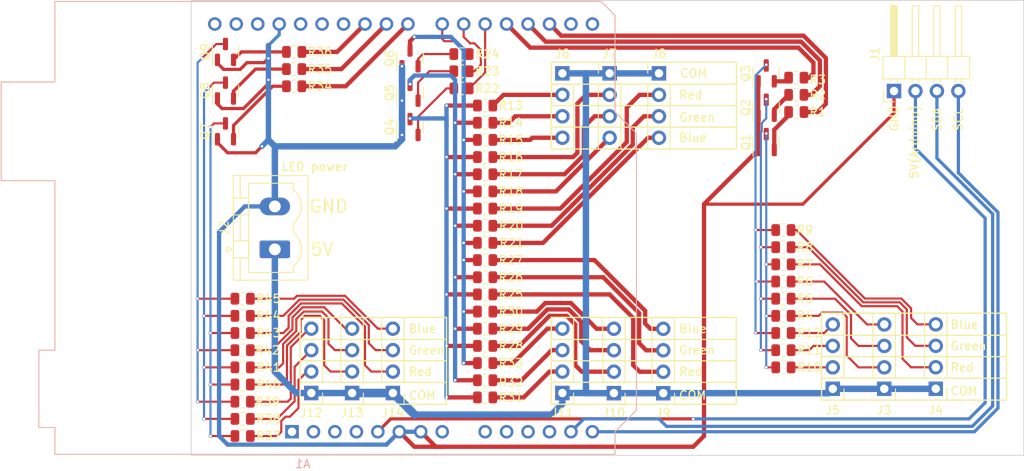
<source format=kicad_pcb>
(kicad_pcb (version 20211014) (generator pcbnew)
  (layers (0 "F.Cu" signal) (31 "B.Cu" signal) (34 "B.Paste" user) (35 "F.Paste" user) (36 "B.SilkS" user "B.Silkscreen") (37 "F.SilkS" user "F.Silkscreen") (38 "B.Mask" user) (39 "F.Mask" user) (44 "Edge.Cuts" user))
  (net 0 "")
  (net 5 "+5VD")
  (net 6 "GND")
  (net 12 "SDA")
  (net 13 "SCL")
  (net 16 "D2")
  (net 17 "D3")
  (net 18 "D4")
  (net 19 "D5")
  (net 20 "D6")
  (net 21 "D7")
  (net 22 "D8")
  (net 23 "D9")
  (net 24 "D10")
  (net 31 "+5V")
  (net 32 "Net-(J3-Pad2)")
  (net 33 "Net-(J3-Pad3)")
  (net 34 "Net-(J3-Pad4)")
  (net 35 "Net-(J4-Pad2)")
  (net 36 "Net-(J4-Pad3)")
  (net 37 "Net-(J4-Pad4)")
  (net 38 "Net-(J5-Pad2)")
  (net 39 "Net-(J5-Pad3)")
  (net 40 "Net-(J5-Pad4)")
  (net 41 "Net-(J6-Pad2)")
  (net 42 "Net-(J6-Pad3)")
  (net 43 "Net-(J6-Pad4)")
  (net 44 "Net-(J7-Pad2)")
  (net 45 "Net-(J7-Pad3)")
  (net 46 "Net-(J7-Pad4)")
  (net 47 "Net-(J8-Pad2)")
  (net 48 "Net-(J8-Pad3)")
  (net 49 "Net-(J8-Pad4)")
  (net 50 "Net-(J9-Pad2)")
  (net 51 "Net-(J9-Pad3)")
  (net 52 "Net-(J9-Pad4)")
  (net 53 "Net-(J10-Pad2)")
  (net 54 "Net-(J10-Pad3)")
  (net 55 "Net-(J10-Pad4)")
  (net 56 "Net-(J11-Pad2)")
  (net 57 "Net-(J11-Pad3)")
  (net 58 "Net-(J11-Pad4)")
  (net 59 "Net-(J12-Pad2)")
  (net 60 "Net-(J12-Pad3)")
  (net 61 "Net-(J12-Pad4)")
  (net 62 "Net-(J13-Pad2)")
  (net 63 "Net-(J13-Pad3)")
  (net 64 "Net-(J13-Pad4)")
  (net 65 "Net-(J14-Pad2)")
  (net 66 "Net-(J14-Pad3)")
  (net 67 "Net-(J14-Pad4)")
  (net 68 "Net-(Q1-Pad2)")
  (net 69 "R1")
  (net 70 "Net-(Q2-Pad2)")
  (net 71 "G1")
  (net 72 "Net-(Q3-Pad2)")
  (net 73 "B1")
  (net 74 "Net-(Q4-Pad2)")
  (net 75 "R2")
  (net 76 "Net-(Q5-Pad2)")
  (net 77 "G2")
  (net 78 "Net-(Q6-Pad2)")
  (net 79 "B2")
  (net 80 "Net-(Q7-Pad2)")
  (net 81 "R3")
  (net 82 "Net-(Q8-Pad2)")
  (net 83 "G3")
  (net 84 "Net-(Q9-Pad2)")
  (net 85 "B3")
  (footprint "Resistor_SMD:R_0805_2012Metric" (layer "F.Cu") (at 162.814 102.362)
    (fp_text reference "R7")
    (fp_text value "R")
  )
  (footprint "Package_TO_SOT_SMD:SOT-23" (layer "F.Cu") (at 160.782 87.884 90)
    (fp_text reference "Q1")
    (fp_text value "S8050" hide)
  )
  (footprint "Package_TO_SOT_SMD:SOT-23" (layer "F.Cu") (at 96.774 81.788 90)
    (fp_text reference "Q8")
    (fp_text value "S8050" hide)
  )
  (footprint "Resistor_SMD:R_0805_2012Metric" (layer "F.Cu") (at 162.814 114.554)
    (fp_text reference "R10")
    (fp_text value "R" hide)
  )
  (footprint "Resistor_SMD:R_0805_2012Metric" (layer "F.Cu") (at 127.508 116.078)
    (fp_text reference "R32")
    (fp_text value "R")
  )
  (footprint "Package_TO_SOT_SMD:SOT-23" (layer "F.Cu") (at 96.774 86.614 90)
    (fp_text reference "Q7")
    (fp_text value "S8050" hide)
  )
  (footprint "Resistor_SMD:R_0805_2012Metric" (layer "F.Cu") (at 127.508 97.79)
    (fp_text reference "R20")
    (fp_text value "R")
  )
  (footprint "Connector_Phoenix_MSTB:PhoenixContact_MSTBVA_2,5_2-G-5,08_1x02_P5.08mm_Vertical" (layer "F.Cu") (at 102.616 100.584 90)
    (fp_text reference "J2")
    (fp_text value "Conn_01x02")
  )
  (footprint "Resistor_SMD:R_0805_2012Metric" (layer "F.Cu") (at 162.814 106.426)
    (fp_text reference "R5")
    (fp_text value "R")
  )
  (footprint "Resistor_SMD:R_0805_2012Metric" (layer "F.Cu") (at 127.508 91.694)
    (fp_text reference "R17")
    (fp_text value "R")
  )
  (footprint "Package_TO_SOT_SMD:SOT-23" (layer "F.Cu") (at 96.774 77.216 90)
    (fp_text reference "Q9")
    (fp_text value "S8050" hide)
  )
  (footprint "Resistor_SMD:R_0805_2012Metric" (layer "F.Cu") (at 164.338 84.328 180)
    (fp_text reference "R1")
    (fp_text value "R" hide)
  )
  (footprint "Resistor_SMD:R_0805_2012Metric" (layer "F.Cu") (at 162.814 108.458)
    (fp_text reference "R4")
    (fp_text value "R")
  )
  (footprint "Resistor_SMD:R_0805_2012Metric" (layer "F.Cu") (at 98.806 114.554)
    (fp_text reference "R41")
    (fp_text value "R" hide)
  )
  (footprint "Connector_PinHeader_2.54mm:PinHeader_1x04_P2.54mm_Vertical" (layer "F.Cu") (at 168.656 117.094 180)
    (fp_text reference "J5")
    (fp_text value "Conn_01x04" hide)
  )
  (footprint "Resistor_SMD:R_0805_2012Metric" (layer "F.Cu") (at 162.814 98.298)
    (fp_text reference "R9")
    (fp_text value "R")
  )
  (footprint "Resistor_SMD:R_0805_2012Metric" (layer "F.Cu") (at 127.508 101.854)
    (fp_text reference "R27")
    (fp_text value "R")
  )
  (footprint "Connector_PinHeader_2.54mm:PinHeader_1x04_P2.54mm_Vertical" (layer "F.Cu") (at 106.934 117.592 180)
    (fp_text reference "J12")
    (fp_text value "Conn_01x04" hide)
  )
  (footprint "Connector_PinHeader_2.54mm:PinHeader_1x04_P2.54mm_Vertical" (layer "F.Cu") (at 148.082 79.756)
    (fp_text reference "J8")
    (fp_text value "Conn_01x04" hide)
  )
  (footprint "Resistor_SMD:R_0805_2012Metric" (layer "F.Cu") (at 164.338 82.296 180)
    (fp_text reference "R2")
    (fp_text value "R" hide)
  )
  (footprint "Connector_PinHeader_2.54mm:PinHeader_1x04_P2.54mm_Vertical" (layer "F.Cu") (at 136.652 117.592 180)
    (fp_text reference "J11")
    (fp_text value "Conn_01x04" hide)
  )
  (footprint "Resistor_SMD:R_0805_2012Metric" (layer "F.Cu") (at 98.806 116.586)
    (fp_text reference "R40")
    (fp_text value "R" hide)
  )
  (footprint "Resistor_SMD:R_0805_2012Metric" (layer "F.Cu") (at 127.508 103.886)
    (fp_text reference "R26")
    (fp_text value "R")
  )
  (footprint "Resistor_SMD:R_0805_2012Metric" (layer "F.Cu") (at 164.338 80.264 180)
    (fp_text reference "R3")
    (fp_text value "R" hide)
  )
  (footprint "Resistor_SMD:R_0805_2012Metric" (layer "F.Cu") (at 104.902 79.248 180)
    (fp_text reference "R35")
    (fp_text value "R" hide)
  )
  (footprint "Package_TO_SOT_SMD:SOT-23" (layer "F.Cu") (at 118.618 77.978 90)
    (fp_text reference "Q6")
    (fp_text value "S8050" hide)
  )
  (footprint "Connector_PinHeader_2.54mm:PinHeader_1x04_P2.54mm_Vertical" (layer "F.Cu") (at 136.652 79.756)
    (fp_text reference "J6")
    (fp_text value "Conn_01x04" hide)
  )
  (footprint "Resistor_SMD:R_0805_2012Metric" (layer "F.Cu") (at 98.806 108.458)
    (fp_text reference "R44")
    (fp_text value "R" hide)
  )
  (footprint "Resistor_SMD:R_0805_2012Metric" (layer "F.Cu") (at 127.508 85.598)
    (fp_text reference "R14")
    (fp_text value "R" hide)
  )
  (footprint "Resistor_SMD:R_0805_2012Metric" (layer "F.Cu") (at 127.508 105.918)
    (fp_text reference "R25")
    (fp_text value "R")
  )
  (footprint "Resistor_SMD:R_0805_2012Metric" (layer "F.Cu") (at 162.814 110.49)
    (fp_text reference "R12")
    (fp_text value "R")
  )
  (footprint "Resistor_SMD:R_0805_2012Metric" (layer "F.Cu") (at 98.806 110.49)
    (fp_text reference "R43")
    (fp_text value "R" hide)
  )
  (footprint "Resistor_SMD:R_0805_2012Metric" (layer "F.Cu") (at 98.806 112.522)
    (fp_text reference "R42")
    (fp_text value "R" hide)
  )
  (footprint "Resistor_SMD:R_0805_2012Metric" (layer "F.Cu") (at 127.508 99.822)
    (fp_text reference "R21")
    (fp_text value "R")
  )
  (footprint "Package_TO_SOT_SMD:SOT-23" (layer "F.Cu") (at 118.618 86.106 90)
    (fp_text reference "Q4")
    (fp_text value "S8050" hide)
  )
  (footprint "Resistor_SMD:R_0805_2012Metric" (layer "F.Cu") (at 162.814 112.522)
    (fp_text reference "R11")
    (fp_text value "R")
  )
  (footprint "Resistor_SMD:R_0805_2012Metric" (layer "F.Cu") (at 98.806 106.426)
    (fp_text reference "R45")
    (fp_text value "R" hide)
  )
  (footprint "Connector_PinHeader_2.54mm:PinHeader_1x04_P2.54mm_Vertical" (layer "F.Cu") (at 180.848 117.084 180)
    (fp_text reference "J4")
    (fp_text value "Conn_01x04" hide)
  )
  (footprint "Resistor_SMD:R_0805_2012Metric" (layer "F.Cu") (at 127.508 114.046)
    (fp_text reference "R33")
    (fp_text value "R")
  )
  (footprint "Resistor_SMD:R_0805_2012Metric" (layer "F.Cu") (at 127.508 89.662)
    (fp_text reference "R16")
    (fp_text value "R")
  )
  (footprint "Connector_PinHeader_2.54mm:PinHeader_1x04_P2.54mm_Vertical" (layer "F.Cu") (at 148.59 117.612 180)
    (fp_text reference "J9")
    (fp_text value "Conn_01x04" hide)
  )
  (footprint "Connector_PinHeader_2.54mm:PinHeader_1x04_P2.54mm_Vertical" (layer "F.Cu") (at 142.748 117.602 180)
    (fp_text reference "J10")
    (fp_text value "Conn_01x04" hide)
  )
  (footprint "Resistor_SMD:R_0805_2012Metric" (layer "F.Cu") (at 124.714 79.502 180)
    (fp_text reference "R23")
    (fp_text value "R" hide)
  )
  (footprint "Connector_PinHeader_2.54mm:PinHeader_1x04_P2.54mm_Vertical" (layer "F.Cu") (at 116.586 117.592 180)
    (fp_text reference "J14")
    (fp_text value "Conn_01x04" hide)
  )
  (footprint "Resistor_SMD:R_0805_2012Metric" (layer "F.Cu") (at 162.814 104.394)
    (fp_text reference "R6")
    (fp_text value "R")
  )
  (footprint "Connector_PinHeader_2.54mm:PinHeader_1x04_P2.54mm_Vertical" (layer "F.Cu") (at 142.24 79.756)
    (fp_text reference "J7")
    (fp_text value "Conn_01x04" hide)
  )
  (footprint "Connector_PinHeader_2.54mm:PinHeader_1x04_P2.54mm_Vertical" (layer "F.Cu") (at 111.76 117.592 180)
    (fp_text reference "J13")
    (fp_text value "Conn_01x04" hide)
  )
  (footprint "Resistor_SMD:R_0805_2012Metric" (layer "F.Cu") (at 127.508 118.11)
    (fp_text reference "R31")
    (fp_text value "R")
  )
  (footprint "Resistor_SMD:R_0805_2012Metric" (layer "F.Cu") (at 104.902 81.28 180)
    (fp_text reference "R34")
    (fp_text value "R" hide)
  )
  (footprint "Resistor_SMD:R_0805_2012Metric" (layer "F.Cu") (at 127.508 112.014)
    (fp_text reference "R28")
    (fp_text value "R")
  )
  (footprint "Package_TO_SOT_SMD:SOT-23" (layer "F.Cu") (at 160.782 83.82 90)
    (fp_text reference "Q2")
    (fp_text value "S8050" hide)
  )
  (footprint "Resistor_SMD:R_0805_2012Metric" (layer "F.Cu") (at 127.508 93.726)
    (fp_text reference "R18")
    (fp_text value "R")
  )
  (footprint "Resistor_SMD:R_0805_2012Metric" (layer "F.Cu") (at 104.902 77.216 180)
    (fp_text reference "R36")
    (fp_text value "R" hide)
  )
  (footprint "Package_TO_SOT_SMD:SOT-23" (layer "F.Cu") (at 118.618 82.042 90)
    (fp_text reference "Q5")
    (fp_text value "S8050" hide)
  )
  (footprint "Resistor_SMD:R_0805_2012Metric" (layer "F.Cu") (at 98.806 120.65)
    (fp_text reference "R38")
    (fp_text value "R" hide)
  )
  (footprint "Resistor_SMD:R_0805_2012Metric" (layer "F.Cu") (at 127.508 87.63)
    (fp_text reference "R15")
    (fp_text value "R" hide)
  )
  (footprint "Package_TO_SOT_SMD:SOT-23" (layer "F.Cu") (at 160.782 79.756 90)
    (fp_text reference "Q3")
    (fp_text value "S8050" hide)
  )
  (footprint "Resistor_SMD:R_0805_2012Metric" (layer "F.Cu") (at 162.814 100.33)
    (fp_text reference "R8")
    (fp_text value "R")
  )
  (footprint "Resistor_SMD:R_0805_2012Metric" (layer "F.Cu") (at 127.508 107.95)
    (fp_text reference "R30")
    (fp_text value "R")
  )
  (footprint "Resistor_SMD:R_0805_2012Metric" (layer "F.Cu") (at 98.806 118.618)
    (fp_text reference "R39")
    (fp_text value "R" hide)
  )
  (footprint "Connector_PinHeader_2.54mm:PinHeader_1x04_P2.54mm_Vertical" (layer "F.Cu") (at 174.752 117.094 180)
    (fp_text reference "J3")
    (fp_text value "Conn_01x04" hide)
  )
  (footprint "Resistor_SMD:R_0805_2012Metric" (layer "F.Cu") (at 124.714 77.47 180)
    (fp_text reference "R24")
    (fp_text value "R" hide)
  )
  (footprint "Connector_PinHeader_2.54mm:PinHeader_1x04_P2.54mm_Horizontal" (layer "F.Cu") (at 175.905 81.845 90)
    (fp_text reference "J1")
    (fp_text value "Conn_01x04")
  )
  (footprint "Resistor_SMD:R_0805_2012Metric" (layer "F.Cu") (at 127.508 109.982)
    (fp_text reference "R29")
    (fp_text value "R")
  )
  (footprint "Resistor_SMD:R_0805_2012Metric" (layer "F.Cu") (at 124.714 81.534 180)
    (fp_text reference "R22")
    (fp_text value "R" hide)
  )
  (footprint "Resistor_SMD:R_0805_2012Metric" (layer "F.Cu") (at 98.806 122.682)
    (fp_text reference "R37")
    (fp_text value "R" hide)
  )
  (footprint "Resistor_SMD:R_0805_2012Metric" (layer "F.Cu") (at 127.508 83.566)
    (fp_text reference "R13")
    (fp_text value "R" hide)
  )
  (footprint "Resistor_SMD:R_0805_2012Metric" (layer "F.Cu") (at 127.508 95.758)
    (fp_text reference "R19")
    (fp_text value "R")
  )
  (footprint "Module:Arduino_UNO_R3" (layer "B.Cu") (at 104.648 122.174)
    (fp_text reference "A1")
    (fp_text value "Arduino_UNO_R3")
  )
  (gr_line (start 135.322 113.782) (end 157.226 113.782) (layer "F.SilkS") (width 0.15))
  (gr_line (start 135.412 81.036) (end 157.256 81.036) (layer "F.SilkS") (width 0.15))
  (gr_line (start 105.604 113.782) (end 122.936 113.782) (layer "F.SilkS") (width 0.15))
  (gr_rect (start 135.322 108.642) (end 157.226 118.922) (layer "F.SilkS") (width 0.15) (fill none))
  (gr_line (start 167.326 113.284) (end 189.23 113.284) (layer "F.SilkS") (width 0.15))
  (gr_line (start 135.352 83.566) (end 157.256 83.566) (layer "F.SilkS") (width 0.15))
  (gr_line (start 105.604 116.322) (end 122.936 116.332) (layer "F.SilkS") (width 0.15))
  (gr_line (start 167.386 110.754) (end 189.23 110.754) (layer "F.SilkS") (width 0.15))
  (gr_rect (start 135.352 78.426) (end 157.256 88.706) (layer "F.SilkS") (width 0.15) (fill none))
  (gr_rect (start 105.604 108.642) (end 122.936 118.922) (layer "F.SilkS") (width 0.15) (fill none))
  (gr_line (start 167.326 115.824) (end 189.23 115.834) (layer "F.SilkS") (width 0.15))
  (gr_line (start 135.352 86.106) (end 157.256 86.116) (layer "F.SilkS") (width 0.15))
  (gr_line (start 105.664 111.252) (end 122.936 111.252) (layer "F.SilkS") (width 0.15))
  (gr_line (start 135.382 111.252) (end 157.226 111.252) (layer "F.SilkS") (width 0.15))
  (gr_line (start 135.322 116.322) (end 157.226 116.332) (layer "F.SilkS") (width 0.15))
  (gr_rect (start 167.326 108.144) (end 189.23 118.424) (layer "F.SilkS") (width 0.15) (fill none))
  (gr_rect (start 92.71 71.12) (end 191.262 124.968) (layer "Edge.Cuts") (width 0.1) (fill none))
  (gr_text "Red" (at 150.368 82.296) (layer "F.SilkS") (effects (font (size 1 1)) (justify left)))
  (gr_text "Blue" (at 150.368 109.982) (layer "F.SilkS") (effects (font (size 1 1)) (justify left)))
  (gr_text "Green" (at 150.398 84.963) (layer "F.SilkS") (effects (font (size 1 1)) (justify left)))
  (gr_text "COM" (at 150.495 79.756) (layer "F.SilkS") (effects (font (size 1 1)) (justify left)))
  (gr_text "Blue" (at 182.499 109.484) (layer "F.SilkS") (effects (font (size 1 1)) (justify left)))
  (gr_text "Blue" (at 118.364 109.982) (layer "F.SilkS") (effects (font (size 1 1)) (justify left)))
  (gr_text "SDA\n" (at 180.975 85.217 90) (layer "F.SilkS") (effects (font (size 1 1))))
  (gr_text "COM" (at 182.499 117.348) (layer "F.SilkS") (effects (font (size 1 1)) (justify left)))
  (gr_text "SCL\n" (at 183.515 85.217 90) (layer "F.SilkS") (effects (font (size 1 1))))
  (gr_text "Green" (at 150.368 112.502) (layer "F.SilkS") (effects (font (size 1 1)) (justify left)))
  (gr_text "Green" (at 118.364 112.522) (layer "F.SilkS") (effects (font (size 1 1)) (justify left)))
  (gr_text "COM" (at 118.364 117.856) (layer "F.SilkS") (effects (font (size 1 1)) (justify left)))
  (gr_text "COM" (at 150.368 117.856) (layer "F.SilkS") (effects (font (size 1 1)) (justify left)))
  (gr_text "Red" (at 150.368 115.062) (layer "F.SilkS") (effects (font (size 1 1)) (justify left)))
  (gr_text "Blue" (at 150.368 87.376) (layer "F.SilkS") (effects (font (size 1 1)) (justify left)))
  (gr_text "GND" (at 108.966 95.504) (layer "F.SilkS") (effects (font (size 1.5 1.5) (thickness 0.2))))
  (gr_text "5V" (at 108.204 100.584) (layer "F.SilkS") (effects (font (size 1.5 1.5) (thickness 0.2))))
  (gr_text "Green" (at 182.499 112.004) (layer "F.SilkS") (effects (font (size 1 1)) (justify left)))
  (gr_text "Red" (at 182.499 114.554) (layer "F.SilkS") (effects (font (size 1 1)) (justify left)))
  (gr_text "Red" (at 118.364 115.062) (layer "F.SilkS") (effects (font (size 1 1)) (justify left)))
  (gr_text "GND\n" (at 175.895 85.09 90) (layer "F.SilkS") (effects (font (size 1 1))))
  (gr_text "5V(Arduino)" (at 178.308 87.884 90) (layer "F.SilkS") (effects (font (size 1 1))))
  (gr_text "LED power\n" (at 107.315 90.805) (layer "F.SilkS") (effects (font (size 1 1))))
  (segment (start 116.332 120.65) (end 139.954 120.65) (width 0.381) (layer "F.Cu") (net 5))
  (segment (start 114.808 122.174) (end 116.332 120.65) (width 0.381) (layer "F.Cu") (net 5))
  (segment (start 139.954 120.65) (end 152.146 120.65) (width 0.381) (layer "F.Cu") (net 5))
  (via (at 152.146 120.65) (size 0.4) (drill 0.3) (layers "F.Cu" "B.Cu") (net 5))
  (segment (start 152.146 120.65) (end 184.785 120.65) (width 0.381) (layer "B.Cu") (net 5))
  (segment (start 184.785 120.65) (end 186.69 118.745) (width 0.381) (layer "B.Cu") (net 5))
  (segment (start 178.445 88.656) (end 178.445 81.845) (width 0.381) (layer "B.Cu") (net 5))
  (segment (start 186.69 118.745) (end 186.69 96.901) (width 0.381) (layer "B.Cu") (net 5))
  (segment (start 186.69 96.901) (end 178.445 88.656) (width 0.381) (layer "B.Cu") (net 5))
  (segment (start 119.126 123.952) (end 117.348 122.174) (width 0.508) (layer "F.Cu") (net 6))
  (segment (start 101.854 80.96702) (end 98.90351 83.91751) (width 0.381) (layer "F.Cu") (net 6))
  (segment (start 99.314 78.486) (end 98.51898 79.28102) (width 0.381) (layer "F.Cu") (net 6))
  (segment (start 101.854 80.518) (end 101.854 80.96702) (width 0.381) (layer "F.Cu") (net 6))
  (segment (start 95.824 78.552) (end 95.824 78.1535) (width 0.381) (layer "F.Cu") (net 6))
  (segment (start 101.092 88.392) (end 100.33 89.154) (width 0.381) (layer "F.Cu") (net 6))
  (segment (start 101.854 77.978) (end 101.346 78.486) (width 0.381) (layer "F.Cu") (net 6))
  (segment (start 100.33 89.154) (end 97.028 89.154) (width 0.381) (layer "F.Cu") (net 6))
  (segment (start 122.428 123.952) (end 119.126 123.952) (width 0.508) (layer "F.Cu") (net 6))
  (segment (start 153.416 122.682) (end 152.146 123.952) (width 0.508) (layer "F.Cu") (net 6))
  (segment (start 152.146 123.952) (end 122.428 123.952) (width 0.508) (layer "F.Cu") (net 6))
  (segment (start 96.55302 79.28102) (end 95.824 78.552) (width 0.381) (layer "F.Cu") (net 6))
  (segment (start 159.832 88.8215) (end 153.416 95.2375) (width 0.508) (layer "F.Cu") (net 6))
  (segment (start 119.888 122.174) (end 121.666 123.952) (width 0.508) (layer "F.Cu") (net 6))
  (segment (start 97.028 89.154) (end 95.824 87.95) (width 0.381) (layer "F.Cu") (net 6))
  (segment (start 96.36351 83.91751) (end 95.824 83.378) (width 0.381) (layer "F.Cu") (net 6))
  (segment (start 95.824 87.95) (end 95.824 87.5515) (width 0.381) (layer "F.Cu") (net 6))
  (segment (start 98.51898 79.28102) (end 96.55302 79.28102) (width 0.381) (layer "F.Cu") (net 6))
  (segment (start 175.905 81.845) (end 175.905 84.445) (width 0.381) (layer "F.Cu") (net 6))
  (segment (start 165.1125 95.2375) (end 153.416 95.2375) (width 0.381) (layer "F.Cu") (net 6))
  (segment (start 159.832 80.6935) (end 159.832 88.8215) (width 0.508) (layer "F.Cu") (net 6))
  (segment (start 95.824 83.378) (end 95.824 82.7255) (width 0.381) (layer "F.Cu") (net 6))
  (segment (start 153.416 95.2375) (end 153.416 122.682) (width 0.508) (layer "F.Cu") (net 6))
  (segment (start 175.905 84.445) (end 165.1125 95.2375) (width 0.381) (layer "F.Cu") (net 6))
  (segment (start 121.666 123.952) (end 122.428 123.952) (width 0.508) (layer "F.Cu") (net 6))
  (segment (start 101.346 78.486) (end 99.314 78.486) (width 0.381) (layer "F.Cu") (net 6))
  (segment (start 98.90351 83.91751) (end 96.36351 83.91751) (width 0.381) (layer "F.Cu") (net 6))
  (via (at 101.092 88.392) (size 0.4) (drill 0.3) (layers "F.Cu" "B.Cu") (net 6))
  (via (at 117.668 78.9155) (size 0.4) (drill 0.3) (layers "F.Cu" "B.Cu") (net 6))
  (via (at 117.668 87.0435) (size 0.4) (drill 0.3) (layers "F.Cu" "B.Cu") (net 6))
  (via (at 101.854 77.978) (size 0.4) (drill 0.3) (layers "F.Cu" "B.Cu") (net 6))
  (via (at 101.854 80.518) (size 0.4) (drill 0.3) (layers "F.Cu" "B.Cu") (net 6))
  (via (at 117.668 82.9795) (size 0.4) (drill 0.3) (layers "F.Cu" "B.Cu") (net 6))
  (segment (start 101.854 77.978) (end 101.854 80.518) (width 0.381) (layer "B.Cu") (net 6))
  (segment (start 115.824 123.698) (end 97.028 123.698) (width 0.508) (layer "B.Cu") (net 6))
  (segment (start 103.128 75.18) (end 102.616 75.692) (width 0.381) (layer "B.Cu") (net 6))
  (segment (start 119.888 122.174) (end 117.348 122.174) (width 0.508) (layer "B.Cu") (net 6))
  (segment (start 101.854 80.518) (end 101.854 87.63) (width 0.381) (layer "B.Cu") (net 6))
  (segment (start 117.668 82.9795) (end 117.668 78.9155) (width 0.762) (layer "B.Cu") (net 6))
  (segment (start 103.128 73.914) (end 103.128 75.18) (width 0.381) (layer "B.Cu") (net 6))
  (segment (start 97.028 123.698) (end 96.012 122.682) (width 0.508) (layer "B.Cu") (net 6))
  (segment (start 102.616 75.692) (end 101.854 76.454) (width 0.381) (layer "B.Cu") (net 6))
  (segment (start 101.854 76.454) (end 101.854 77.978) (width 0.381) (layer "B.Cu") (net 6))
  (segment (start 96.012 122.682) (end 96.012 98.552) (width 0.508) (layer "B.Cu") (net 6))
  (segment (start 116.84 88.392) (end 117.668 87.564) (width 0.762) (layer "B.Cu") (net 6))
  (segment (start 102.616 95.504) (end 102.616 88.392) (width 0.762) (layer "B.Cu") (net 6))
  (segment (start 117.668 87.564) (end 117.668 87.0435) (width 0.762) (layer "B.Cu") (net 6))
  (segment (start 102.616 88.392) (end 116.84 88.392) (width 0.762) (layer "B.Cu") (net 6))
  (segment (start 99.06 95.504) (end 102.616 95.504) (width 0.508) (layer "B.Cu") (net 6))
  (segment (start 117.348 122.174) (end 115.824 123.698) (width 0.508) (layer "B.Cu") (net 6))
  (segment (start 101.854 87.63) (end 101.854 76.454) (width 0.635) (layer "B.Cu") (net 6))
  (segment (start 101.092 88.392) (end 101.854 87.63) (width 0.635) (layer "B.Cu") (net 6))
  (segment (start 96.012 98.552) (end 99.06 95.504) (width 0.508) (layer "B.Cu") (net 6))
  (segment (start 102.616 88.392) (end 101.854 87.63) (width 0.762) (layer "B.Cu") (net 6))
  (segment (start 117.668 87.0435) (end 117.668 82.9795) (width 0.762) (layer "B.Cu") (net 6))
  (segment (start 148.971 121.539) (end 148.082 120.65) (width 0.381) (layer "B.Cu") (net 12))
  (segment (start 148.082 120.65) (end 139.192 120.65) (width 0.381) (layer "B.Cu") (net 12))
  (segment (start 139.192 120.65) (end 137.668 122.174) (width 0.381) (layer "B.Cu") (net 12))
  (segment (start 180.985 81.845) (end 180.985 89.799) (width 0.381) (layer "B.Cu") (net 12))
  (segment (start 187.579 96.393) (end 187.579 119.126) (width 0.381) (layer "B.Cu") (net 12))
  (segment (start 185.166 121.539) (end 148.971 121.539) (width 0.381) (layer "B.Cu") (net 12))
  (segment (start 187.579 119.126) (end 185.166 121.539) (width 0.381) (layer "B.Cu") (net 12))
  (segment (start 180.985 89.799) (end 187.579 96.393) (width 0.381) (layer "B.Cu") (net 12))
  (segment (start 185.42 122.174) (end 188.214 119.38) (width 0.381) (layer "B.Cu") (net 13))
  (segment (start 188.214 96.206342) (end 183.525 91.517342) (width 0.381) (layer "B.Cu") (net 13))
  (segment (start 183.525 91.517342) (end 183.525 81.845) (width 0.381) (layer "B.Cu") (net 13))
  (segment (start 188.214 119.38) (end 188.214 96.206342) (width 0.381) (layer "B.Cu") (net 13))
  (segment (start 140.208 122.174) (end 185.42 122.174) (width 0.381) (layer "B.Cu") (net 13))
  (segment (start 165.193544 75.29296) (end 167.83952 77.938936) (width 0.508) (layer "F.Cu") (net 16))
  (segment (start 135.128 73.914) (end 136.50696 75.29296) (width 0.508) (layer "F.Cu") (net 16))
  (segment (start 166.878 84.328) (end 165.2505 84.328) (width 0.508) (layer "F.Cu") (net 16))
  (segment (start 136.50696 75.29296) (end 165.193544 75.29296) (width 0.508) (layer "F.Cu") (net 16))
  (segment (start 167.83952 83.36648) (end 166.878 84.328) (width 0.508) (layer "F.Cu") (net 16))
  (segment (start 167.83952 77.938936) (end 167.83952 83.36648) (width 0.508) (layer "F.Cu") (net 16))
  (segment (start 164.90048 76.00048) (end 167.132 78.232) (width 0.508) (layer "F.Cu") (net 17))
  (segment (start 134.67448 76.00048) (end 164.90048 76.00048) (width 0.508) (layer "F.Cu") (net 17))
  (segment (start 166.116 82.296) (end 165.2505 82.296) (width 0.508) (layer "F.Cu") (net 17))
  (segment (start 167.132 81.28) (end 166.116 82.296) (width 0.508) (layer "F.Cu") (net 17))
  (segment (start 132.588 73.914) (end 134.67448 76.00048) (width 0.508) (layer "F.Cu") (net 17))
  (segment (start 167.132 78.232) (end 167.132 81.28) (width 0.508) (layer "F.Cu") (net 17))
  (segment (start 130.048 73.914) (end 132.842 76.708) (width 0.508) (layer "F.Cu") (net 18))
  (segment (start 132.842 76.708) (end 164.592 76.708) (width 0.508) (layer "F.Cu") (net 18))
  (segment (start 165.862 80.264) (end 165.2505 80.264) (width 0.508) (layer "F.Cu") (net 18))
  (segment (start 166.37 78.486) (end 166.37 79.756) (width 0.508) (layer "F.Cu") (net 18))
  (segment (start 164.592 76.708) (end 166.37 78.486) (width 0.508) (layer "F.Cu") (net 18))
  (segment (start 166.37 79.756) (end 165.862 80.264) (width 0.508) (layer "F.Cu") (net 18))
  (segment (start 127.508 73.914) (end 127.508 79.6525) (width 0.254) (layer "F.Cu") (net 19))
  (segment (start 127.508 79.6525) (end 125.6265 81.534) (width 0.254) (layer "F.Cu") (net 19))
  (segment (start 124.968 73.914) (end 124.968 75.438) (width 0.254) (layer "F.Cu") (net 20))
  (segment (start 125.73 76.2) (end 126.238 76.2) (width 0.254) (layer "F.Cu") (net 20))
  (segment (start 126.238 79.502) (end 125.6265 79.502) (width 0.254) (layer "F.Cu") (net 20))
  (segment (start 124.968 75.438) (end 125.73 76.2) (width 0.254) (layer "F.Cu") (net 20))
  (segment (start 126.238 76.2) (end 127 76.962) (width 0.254) (layer "F.Cu") (net 20))
  (segment (start 127 76.962) (end 127 78.74) (width 0.254) (layer "F.Cu") (net 20))
  (segment (start 127 78.74) (end 126.238 79.502) (width 0.254) (layer "F.Cu") (net 20))
  (segment (start 124.1025 75.946) (end 125.6265 77.47) (width 0.254) (layer "F.Cu") (net 21))
  (segment (start 122.682 75.946) (end 124.1025 75.946) (width 0.254) (layer "F.Cu") (net 21))
  (segment (start 122.428 75.692) (end 122.682 75.946) (width 0.254) (layer "F.Cu") (net 21))
  (segment (start 122.428 73.914) (end 122.428 75.692) (width 0.254) (layer "F.Cu") (net 21))
  (segment (start 111.002 81.28) (end 105.8145 81.28) (width 0.508) (layer "F.Cu") (net 22))
  (segment (start 118.368 73.914) (end 111.002 81.28) (width 0.508) (layer "F.Cu") (net 22))
  (segment (start 110.494 79.248) (end 115.828 73.914) (width 0.508) (layer "F.Cu") (net 23))
  (segment (start 105.8145 79.248) (end 110.494 79.248) (width 0.508) (layer "F.Cu") (net 23))
  (segment (start 113.288 73.914) (end 109.986 77.216) (width 0.508) (layer "F.Cu") (net 24))
  (segment (start 109.986 77.216) (end 105.8145 77.216) (width 0.508) (layer "F.Cu") (net 24))
  (segment (start 136.652 117.592) (end 136.652 118.872) (width 0.762) (layer "B.Cu") (net 31))
  (segment (start 139.436 79.756) (end 139.436 117.592) (width 0.762) (layer "B.Cu") (net 31))
  (segment (start 111.76 117.592) (end 116.586 117.592) (width 1.016) (layer "B.Cu") (net 31))
  (segment (start 180.838 117.094) (end 180.848 117.084) (width 0.762) (layer "B.Cu") (net 31))
  (segment (start 102.616 115.062) (end 102.997 115.443) (width 0.762) (layer "B.Cu") (net 31))
  (segment (start 148.082 79.756) (end 139.436 79.756) (width 0.762) (layer "B.Cu") (net 31))
  (segment (start 135.382 120.142) (end 119.136 120.142) (width 0.762) (layer "B.Cu") (net 31))
  (segment (start 106.934 117.592) (end 111.76 117.592) (width 0.762) (layer "B.Cu") (net 31))
  (segment (start 139.456 117.612) (end 148.59 117.612) (width 0.762) (layer "B.Cu") (net 31))
  (segment (start 168.138 117.612) (end 168.656 117.094) (width 0.762) (layer "B.Cu") (net 31))
  (segment (start 105.146 117.592) (end 106.934 117.592) (width 0.762) (layer "B.Cu") (net 31))
  (segment (start 136.652 118.872) (end 135.382 120.142) (width 0.762) (layer "B.Cu") (net 31))
  (segment (start 102.616 100.584) (end 102.616 115.062) (width 0.762) (layer "B.Cu") (net 31))
  (segment (start 139.436 117.592) (end 136.652 117.592) (width 0.762) (layer "B.Cu") (net 31))
  (segment (start 116.586 117.592) (end 119.136 120.142) (width 1.016) (layer "B.Cu") (net 31))
  (segment (start 168.656 117.094) (end 180.838 117.094) (width 0.762) (layer "B.Cu") (net 31))
  (segment (start 148.59 117.612) (end 168.138 117.612) (width 0.762) (layer "B.Cu") (net 31))
  (segment (start 139.436 117.592) (end 139.456 117.612) (width 0.762) (layer "B.Cu") (net 31))
  (segment (start 139.436 79.756) (end 136.652 79.756) (width 0.762) (layer "B.Cu") (net 31))
  (segment (start 102.997 115.443) (end 105.146 117.592) (width 0.762) (layer "B.Cu") (net 31))
  (segment (start 167.386 108.077) (end 169.799 108.077) (width 0.254) (layer "F.Cu") (net 32))
  (segment (start 163.7265 108.458) (end 167.005 108.458) (width 0.254) (layer "F.Cu") (net 32))
  (segment (start 169.799 108.077) (end 170.307 108.585) (width 0.254) (layer "F.Cu") (net 32))
  (segment (start 170.307 113.157) (end 171.704 114.554) (width 0.254) (layer "F.Cu") (net 32))
  (segment (start 171.704 114.554) (end 174.752 114.554) (width 0.254) (layer "F.Cu") (net 32))
  (segment (start 170.307 108.585) (end 170.307 113.157) (width 0.254) (layer "F.Cu") (net 32))
  (segment (start 167.005 108.458) (end 167.386 108.077) (width 0.254) (layer "F.Cu") (net 32))
  (segment (start 170.815 108.331) (end 170.815 111.125) (width 0.254) (layer "F.Cu") (net 33))
  (segment (start 170.815 111.125) (end 171.704 112.014) (width 0.254) (layer "F.Cu") (net 33))
  (segment (start 163.7265 106.426) (end 168.91 106.426) (width 0.254) (layer "F.Cu") (net 33))
  (segment (start 168.91 106.426) (end 170.815 108.331) (width 0.254) (layer "F.Cu") (net 33))
  (segment (start 171.704 112.014) (end 174.752 112.014) (width 0.254) (layer "F.Cu") (net 33))
  (segment (start 172.72 109.474) (end 174.752 109.474) (width 0.254) (layer "F.Cu") (net 34))
  (segment (start 163.7265 104.394) (end 167.64 104.394) (width 0.254) (layer "F.Cu") (net 34))
  (segment (start 167.64 104.394) (end 172.72 109.474) (width 0.254) (layer "F.Cu") (net 34))
  (segment (start 176.911 107.95) (end 176.911 113.538) (width 0.254) (layer "F.Cu") (net 35))
  (segment (start 177.917 114.544) (end 180.848 114.544) (width 0.254) (layer "F.Cu") (net 35))
  (segment (start 167.132 102.362) (end 172.085 107.315) (width 0.254) (layer "F.Cu") (net 35))
  (segment (start 176.911 113.538) (end 177.917 114.544) (width 0.254) (layer "F.Cu") (net 35))
  (segment (start 172.085 107.315) (end 176.276 107.315) (width 0.254) (layer "F.Cu") (net 35))
  (segment (start 163.7265 102.362) (end 167.132 102.362) (width 0.254) (layer "F.Cu") (net 35))
  (segment (start 176.276 107.315) (end 176.911 107.95) (width 0.254) (layer "F.Cu") (net 35))
  (segment (start 163.7265 100.33) (end 165.742052 100.33) (width 0.254) (layer "F.Cu") (net 36))
  (segment (start 176.584 106.861) (end 177.419 107.696) (width 0.254) (layer "F.Cu") (net 36))
  (segment (start 177.419 110.998) (end 178.425 112.004) (width 0.254) (layer "F.Cu") (net 36))
  (segment (start 178.425 112.004) (end 180.848 112.004) (width 0.254) (layer "F.Cu") (net 36))
  (segment (start 177.419 107.696) (end 177.419 110.998) (width 0.254) (layer "F.Cu") (net 36))
  (segment (start 172.273052 106.861) (end 176.584 106.861) (width 0.254) (layer "F.Cu") (net 36))
  (segment (start 165.742052 100.33) (end 172.273052 106.861) (width 0.254) (layer "F.Cu") (net 36))
  (segment (start 172.461104 106.407) (end 164.352104 98.298) (width 0.254) (layer "F.Cu") (net 37))
  (segment (start 177.927 107.561947) (end 176.772053 106.407) (width 0.254) (layer "F.Cu") (net 37))
  (segment (start 178.679 109.464) (end 177.927 108.712) (width 0.254) (layer "F.Cu") (net 37))
  (segment (start 180.848 109.464) (end 178.679 109.464) (width 0.254) (layer "F.Cu") (net 37))
  (segment (start 176.772053 106.407) (end 172.461104 106.407) (width 0.254) (layer "F.Cu") (net 37))
  (segment (start 164.352104 98.298) (end 163.7265 98.298) (width 0.254) (layer "F.Cu") (net 37))
  (segment (start 177.927 108.712) (end 177.927 107.561947) (width 0.254) (layer "F.Cu") (net 37))
  (segment (start 163.7265 114.554) (end 168.656 114.554) (width 0.254) (layer "F.Cu") (net 38))
  (segment (start 163.7265 112.522) (end 165.862 112.522) (width 0.254) (layer "F.Cu") (net 39))
  (segment (start 165.862 112.522) (end 166.37 112.014) (width 0.254) (layer "F.Cu") (net 39))
  (segment (start 166.37 112.014) (end 168.656 112.014) (width 0.254) (layer "F.Cu") (net 39))
  (segment (start 167.64 110.49) (end 168.656 109.474) (width 0.254) (layer "F.Cu") (net 40))
  (segment (start 163.7265 110.49) (end 167.64 110.49) (width 0.254) (layer "F.Cu") (net 40))
  (segment (start 128.4205 83.566) (end 129.6905 82.296) (width 0.508) (layer "F.Cu") (net 41))
  (segment (start 129.6905 82.296) (end 136.652 82.296) (width 0.508) (layer "F.Cu") (net 41))
  (segment (start 128.4205 85.598) (end 130.302 85.598) (width 0.508) (layer "F.Cu") (net 42))
  (segment (start 130.302 85.598) (end 131.064 84.836) (width 0.508) (layer "F.Cu") (net 42))
  (segment (start 131.064 84.836) (end 136.652 84.836) (width 0.508) (layer "F.Cu") (net 42))
  (segment (start 133.096 87.376) (end 136.652 87.376) (width 0.508) (layer "F.Cu") (net 43))
  (segment (start 128.4205 87.63) (end 132.842 87.63) (width 0.508) (layer "F.Cu") (net 43))
  (segment (start 132.842 87.63) (end 133.096 87.376) (width 0.508) (layer "F.Cu") (net 43))
  (segment (start 138.43 83.312) (end 139.446 82.296) (width 0.508) (layer "F.Cu") (net 44))
  (segment (start 138.43 89.154) (end 138.43 83.312) (width 0.508) (layer "F.Cu") (net 44))
  (segment (start 128.4205 89.662) (end 137.922 89.662) (width 0.508) (layer "F.Cu") (net 44))
  (segment (start 137.922 89.662) (end 138.43 89.154) (width 0.508) (layer "F.Cu") (net 44))
  (segment (start 139.446 82.296) (end 142.24 82.296) (width 0.508) (layer "F.Cu") (net 44))
  (segment (start 139.192 89.408) (end 139.192 86.106) (width 0.508) (layer "F.Cu") (net 45))
  (segment (start 139.192 86.106) (end 140.462 84.836) (width 0.508) (layer "F.Cu") (net 45))
  (segment (start 140.462 84.836) (end 142.24 84.836) (width 0.508) (layer "F.Cu") (net 45))
  (segment (start 136.906 91.694) (end 139.192 89.408) (width 0.508) (layer "F.Cu") (net 45))
  (segment (start 128.4205 91.694) (end 136.906 91.694) (width 0.508) (layer "F.Cu") (net 45))
  (segment (start 128.4205 93.726) (end 135.89 93.726) (width 0.508) (layer "F.Cu") (net 46))
  (segment (start 135.89 93.726) (end 142.24 87.376) (width 0.508) (layer "F.Cu") (net 46))
  (segment (start 128.4205 95.758) (end 136.398 95.758) (width 0.508) (layer "F.Cu") (net 47))
  (segment (start 136.398 95.758) (end 144.272 87.884) (width 0.508) (layer "F.Cu") (net 47))
  (segment (start 144.272 87.884) (end 144.272 83.82) (width 0.508) (layer "F.Cu") (net 47))
  (segment (start 144.272 83.82) (end 145.796 82.296) (width 0.508) (layer "F.Cu") (net 47))
  (segment (start 145.796 82.296) (end 148.082 82.296) (width 0.508) (layer "F.Cu") (net 47))
  (segment (start 144.97952 86.16048) (end 146.304 84.836) (width 0.508) (layer "F.Cu") (net 48))
  (segment (start 135.382 97.79) (end 144.97952 88.19248) (width 0.508) (layer "F.Cu") (net 48))
  (segment (start 146.304 84.836) (end 148.082 84.836) (width 0.508) (layer "F.Cu") (net 48))
  (segment (start 144.97952 88.19248) (end 144.97952 86.16048) (width 0.508) (layer "F.Cu") (net 48))
  (segment (start 128.4205 97.79) (end 135.382 97.79) (width 0.508) (layer "F.Cu") (net 48))
  (segment (start 146.796584 87.376) (end 148.082 87.376) (width 0.508) (layer "F.Cu") (net 49))
  (segment (start 134.350584 99.822) (end 146.796584 87.376) (width 0.508) (layer "F.Cu") (net 49))
  (segment (start 128.4205 99.822) (end 134.350584 99.822) (width 0.508) (layer "F.Cu") (net 49))
  (segment (start 145.806 115.072) (end 148.59 115.072) (width 0.508) (layer "F.Cu") (net 50))
  (segment (start 128.4205 105.918) (end 142.24 105.918) (width 0.508) (layer "F.Cu") (net 50))
  (segment (start 145.034 108.712) (end 145.034 114.3) (width 0.508) (layer "F.Cu") (net 50))
  (segment (start 142.24 105.918) (end 145.034 108.712) (width 0.508) (layer "F.Cu") (net 50))
  (segment (start 145.034 114.3) (end 145.806 115.072) (width 0.508) (layer "F.Cu") (net 50))
  (segment (start 145.74152 108.14952) (end 145.74152 111.70552) (width 0.508) (layer "F.Cu") (net 51))
  (segment (start 146.568 112.532) (end 148.59 112.532) (width 0.508) (layer "F.Cu") (net 51))
  (segment (start 128.4205 103.886) (end 141.478 103.886) (width 0.508) (layer "F.Cu") (net 51))
  (segment (start 141.478 103.886) (end 145.74152 108.14952) (width 0.508) (layer "F.Cu") (net 51))
  (segment (start 145.74152 111.70552) (end 146.568 112.532) (width 0.508) (layer "F.Cu") (net 51))
  (segment (start 146.44904 107.856456) (end 146.44904 109.36504) (width 0.508) (layer "F.Cu") (net 52))
  (segment (start 128.4205 101.854) (end 140.446584 101.854) (width 0.508) (layer "F.Cu") (net 52))
  (segment (start 140.446584 101.854) (end 146.44904 107.856456) (width 0.508) (layer "F.Cu") (net 52))
  (segment (start 146.44904 109.36504) (end 147.076 109.992) (width 0.508) (layer "F.Cu") (net 52))
  (segment (start 147.076 109.992) (end 148.59 109.992) (width 0.508) (layer "F.Cu") (net 52))
  (segment (start 128.4205 112.014) (end 131.572 112.014) (width 0.508) (layer "F.Cu") (net 53))
  (segment (start 138.938 115.062) (end 142.748 115.062) (width 0.508) (layer "F.Cu") (net 53))
  (segment (start 131.572 112.014) (end 135.128 108.458) (width 0.508) (layer "F.Cu") (net 53))
  (segment (start 137.16 108.458) (end 138.176 109.474) (width 0.508) (layer "F.Cu") (net 53))
  (segment (start 138.176 109.474) (end 138.176 114.3) (width 0.508) (layer "F.Cu") (net 53))
  (segment (start 135.128 108.458) (end 137.16 108.458) (width 0.508) (layer "F.Cu") (net 53))
  (segment (start 138.176 114.3) (end 138.938 115.062) (width 0.508) (layer "F.Cu") (net 53))
  (segment (start 134.874 107.696) (end 137.414 107.696) (width 0.508) (layer "F.Cu") (net 54))
  (segment (start 139.954 112.522) (end 142.748 112.522) (width 0.508) (layer "F.Cu") (net 54))
  (segment (start 128.4205 109.982) (end 132.588 109.982) (width 0.508) (layer "F.Cu") (net 54))
  (segment (start 138.88352 111.45152) (end 139.954 112.522) (width 0.508) (layer "F.Cu") (net 54))
  (segment (start 138.88352 109.16552) (end 138.88352 111.45152) (width 0.508) (layer "F.Cu") (net 54))
  (segment (start 137.414 107.696) (end 138.88352 109.16552) (width 0.508) (layer "F.Cu") (net 54))
  (segment (start 132.588 109.982) (end 134.874 107.696) (width 0.508) (layer "F.Cu") (net 54))
  (segment (start 133.619416 107.95) (end 134.635416 106.934) (width 0.508) (layer "F.Cu") (net 55))
  (segment (start 140.700584 109.982) (end 142.748 109.982) (width 0.508) (layer "F.Cu") (net 55))
  (segment (start 137.652584 106.934) (end 140.700584 109.982) (width 0.508) (layer "F.Cu") (net 55))
  (segment (start 128.4205 107.95) (end 133.619416 107.95) (width 0.508) (layer "F.Cu") (net 55))
  (segment (start 134.635416 106.934) (end 137.652584 106.934) (width 0.508) (layer "F.Cu") (net 55))
  (segment (start 128.4205 118.11) (end 132.08 118.11) (width 0.508) (layer "F.Cu") (net 56))
  (segment (start 132.08 118.11) (end 135.138 115.052) (width 0.508) (layer "F.Cu") (net 56))
  (segment (start 135.138 115.052) (end 136.652 115.052) (width 0.508) (layer "F.Cu") (net 56))
  (segment (start 128.4205 116.078) (end 131.826 116.078) (width 0.508) (layer "F.Cu") (net 57))
  (segment (start 135.392 112.512) (end 136.652 112.512) (width 0.508) (layer "F.Cu") (net 57))
  (segment (start 131.826 116.078) (end 135.392 112.512) (width 0.508) (layer "F.Cu") (net 57))
  (segment (start 128.4205 114.046) (end 130.81 114.046) (width 0.508) (layer "F.Cu") (net 58))
  (segment (start 134.884 109.972) (end 136.652 109.972) (width 0.508) (layer "F.Cu") (net 58))
  (segment (start 130.81 114.046) (end 134.884 109.972) (width 0.508) (layer "F.Cu") (net 58))
  (segment (start 102.87 122.682) (end 103.378 122.174) (width 0.254) (layer "F.Cu") (net 59))
  (segment (start 104.394 120.396) (end 105.41 119.38) (width 0.254) (layer "F.Cu") (net 59))
  (segment (start 103.378 122.174) (end 103.378 120.904) (width 0.254) (layer "F.Cu") (net 59))
  (segment (start 103.378 120.904) (end 103.886 120.396) (width 0.254) (layer "F.Cu") (net 59))
  (segment (start 105.41 116.078) (end 106.436 115.052) (width 0.254) (layer "F.Cu") (net 59))
  (segment (start 105.41 119.38) (end 105.41 116.078) (width 0.254) (layer "F.Cu") (net 59))
  (segment (start 106.436 115.052) (end 106.934 115.052) (width 0.254) (layer "F.Cu") (net 59))
  (segment (start 103.886 120.396) (end 104.394 120.396) (width 0.254) (layer "F.Cu") (net 59))
  (segment (start 99.7185 122.682) (end 102.87 122.682) (width 0.254) (layer "F.Cu") (net 59))
  (segment (start 99.7185 120.65) (end 102.87 120.65) (width 0.254) (layer "F.Cu") (net 60))
  (segment (start 104.95648 118.56352) (end 104.95648 114.48952) (width 0.254) (layer "F.Cu") (net 60))
  (segment (start 104.95648 114.48952) (end 106.934 112.512) (width 0.254) (layer "F.Cu") (net 60))
  (segment (start 102.87 120.65) (end 104.95648 118.56352) (width 0.254) (layer "F.Cu") (net 60))
  (segment (start 104.14 118.618) (end 104.50296 118.25504) (width 0.254) (layer "F.Cu") (net 61))
  (segment (start 104.50296 118.25504) (end 104.50296 112.171788) (width 0.254) (layer "F.Cu") (net 61))
  (segment (start 104.50296 112.171788) (end 106.702748 109.972) (width 0.254) (layer "F.Cu") (net 61))
  (segment (start 99.7185 118.618) (end 104.14 118.618) (width 0.254) (layer "F.Cu") (net 61))
  (segment (start 106.702748 109.972) (end 106.934 109.972) (width 0.254) (layer "F.Cu") (net 61))
  (segment (start 99.7185 116.586) (end 103.886 116.586) (width 0.254) (layer "F.Cu") (net 62))
  (segment (start 106.172 108.458) (end 107.95 108.458) (width 0.254) (layer "F.Cu") (net 62))
  (segment (start 108.458 114.3) (end 109.21 115.052) (width 0.254) (layer "F.Cu") (net 62))
  (segment (start 104.04944 111.983934) (end 105.664 110.369374) (width 0.254) (layer "F.Cu") (net 62))
  (segment (start 107.95 108.458) (end 108.458 108.966) (width 0.254) (layer "F.Cu") (net 62))
  (segment (start 108.458 108.966) (end 108.458 114.3) (width 0.254) (layer "F.Cu") (net 62))
  (segment (start 103.886 116.586) (end 104.04944 116.42256) (width 0.254) (layer "F.Cu") (net 62))
  (segment (start 109.21 115.052) (end 111.76 115.052) (width 0.254) (layer "F.Cu") (net 62))
  (segment (start 105.664 108.966) (end 106.172 108.458) (width 0.254) (layer "F.Cu") (net 62))
  (segment (start 104.04944 116.42256) (end 104.04944 111.983934) (width 0.254) (layer "F.Cu") (net 62))
  (segment (start 105.664 110.369374) (end 105.664 108.966) (width 0.254) (layer "F.Cu") (net 62))
  (segment (start 105.156 108.832626) (end 106.038626 107.95) (width 0.254) (layer "F.Cu") (net 63))
  (segment (start 103.59592 114.08208) (end 103.59592 111.79608) (width 0.254) (layer "F.Cu") (net 63))
  (segment (start 103.124 114.554) (end 103.59592 114.08208) (width 0.254) (layer "F.Cu") (net 63))
  (segment (start 109.718 112.512) (end 111.76 112.512) (width 0.254) (layer "F.Cu") (net 63))
  (segment (start 108.966 111.76) (end 109.718 112.512) (width 0.254) (layer "F.Cu") (net 63))
  (segment (start 108.204 107.95) (end 108.966 108.712) (width 0.254) (layer "F.Cu") (net 63))
  (segment (start 106.038626 107.95) (end 108.204 107.95) (width 0.254) (layer "F.Cu") (net 63))
  (segment (start 108.966 108.712) (end 108.966 111.76) (width 0.254) (layer "F.Cu") (net 63))
  (segment (start 99.7185 114.554) (end 103.124 114.554) (width 0.254) (layer "F.Cu") (net 63))
  (segment (start 105.156 110.236) (end 105.156 108.832626) (width 0.254) (layer "F.Cu") (net 63))
  (segment (start 103.59592 111.79608) (end 105.156 110.236) (width 0.254) (layer "F.Cu") (net 63))
  (segment (start 99.7185 112.522) (end 102.228626 112.522) (width 0.254) (layer "F.Cu") (net 64))
  (segment (start 102.228626 112.522) (end 104.70248 110.048146) (width 0.254) (layer "F.Cu") (net 64))
  (segment (start 104.70248 108.644772) (end 105.905252 107.442) (width 0.254) (layer "F.Cu") (net 64))
  (segment (start 110.988 109.972) (end 111.76 109.972) (width 0.254) (layer "F.Cu") (net 64))
  (segment (start 105.905252 107.442) (end 108.458 107.442) (width 0.254) (layer "F.Cu") (net 64))
  (segment (start 104.70248 110.048146) (end 104.70248 108.644772) (width 0.254) (layer "F.Cu") (net 64))
  (segment (start 108.458 107.442) (end 110.988 109.972) (width 0.254) (layer "F.Cu") (net 64))
  (segment (start 105.717398 106.98848) (end 110.54448 106.98848) (width 0.254) (layer "F.Cu") (net 65))
  (segment (start 114.036 115.052) (end 116.586 115.052) (width 0.254) (layer "F.Cu") (net 65))
  (segment (start 104.24896 108.456918) (end 105.717398 106.98848) (width 0.254) (layer "F.Cu") (net 65))
  (segment (start 99.7185 110.49) (end 103.619252 110.49) (width 0.254) (layer "F.Cu") (net 65))
  (segment (start 110.54448 106.98848) (end 113.284 109.728) (width 0.254) (layer "F.Cu") (net 65))
  (segment (start 113.284 114.3) (end 114.036 115.052) (width 0.254) (layer "F.Cu") (net 65))
  (segment (start 103.619252 110.49) (end 104.24896 109.860292) (width 0.254) (layer "F.Cu") (net 65))
  (segment (start 113.284 109.728) (end 113.284 114.3) (width 0.254) (layer "F.Cu") (net 65))
  (segment (start 104.24896 109.860292) (end 104.24896 108.456918) (width 0.254) (layer "F.Cu") (net 65))
  (segment (start 105.529544 106.53496) (end 110.732334 106.53496) (width 0.254) (layer "F.Cu") (net 66))
  (segment (start 114.544 112.512) (end 116.586 112.512) (width 0.254) (layer "F.Cu") (net 66))
  (segment (start 113.73752 109.540146) (end 113.73752 111.70552) (width 0.254) (layer "F.Cu") (net 66))
  (segment (start 113.73752 111.70552) (end 114.544 112.512) (width 0.254) (layer "F.Cu") (net 66))
  (segment (start 110.732334 106.53496) (end 113.73752 109.540146) (width 0.254) (layer "F.Cu") (net 66))
  (segment (start 99.7185 108.458) (end 103.606504 108.458) (width 0.254) (layer "F.Cu") (net 66))
  (segment (start 103.606504 108.458) (end 105.529544 106.53496) (width 0.254) (layer "F.Cu") (net 66))
  (segment (start 99.7185 106.426) (end 104.902 106.426) (width 0.254) (layer "F.Cu") (net 67))
  (segment (start 105.24656 106.08144) (end 110.920188 106.08144) (width 0.254) (layer "F.Cu") (net 67))
  (segment (start 114.810748 109.972) (end 116.586 109.972) (width 0.254) (layer "F.Cu") (net 67))
  (segment (start 104.902 106.426) (end 105.24656 106.08144) (width 0.254) (layer "F.Cu") (net 67))
  (segment (start 110.920188 106.08144) (end 114.810748 109.972) (width 0.254) (layer "F.Cu") (net 67))
  (segment (start 161.732 86.426) (end 161.732 88.8215) (width 0.508) (layer "F.Cu") (net 68))
  (segment (start 163.4255 84.7325) (end 161.732 86.426) (width 0.508) (layer "F.Cu") (net 68))
  (segment (start 163.4255 84.328) (end 163.4255 84.7325) (width 0.508) (layer "F.Cu") (net 68))
  (segment (start 160.782 86.9465) (end 160.782 86.868) (width 0.254) (layer "F.Cu") (net 69))
  (segment (start 161.9015 108.458) (end 160.8005 108.458) (width 0.254) (layer "F.Cu") (net 69))
  (segment (start 160.782 114.554) (end 161.9015 114.554) (width 0.254) (layer "F.Cu") (net 69))
  (segment (start 161.9015 102.362) (end 160.782 102.362) (width 0.254) (layer "F.Cu") (net 69))
  (via (at 160.782 114.554) (size 0.4) (drill 0.3) (layers "F.Cu" "B.Cu") (net 69))
  (via (at 160.782 102.362) (size 0.4) (drill 0.3) (layers "F.Cu" "B.Cu") (net 69))
  (via (at 160.8005 108.458) (size 0.4) (drill 0.3) (layers "F.Cu" "B.Cu") (net 69))
  (via (at 160.782 86.868) (size 0.4) (drill 0.3) (layers "F.Cu" "B.Cu") (net 69))
  (segment (start 160.782 102.362) (end 160.782 114.554) (width 0.254) (layer "B.Cu") (net 69))
  (segment (start 160.782 86.868) (end 160.782 102.362) (width 0.254) (layer "B.Cu") (net 69))
  (segment (start 161.732 83.9895) (end 161.732 84.7575) (width 0.508) (layer "F.Cu") (net 70))
  (segment (start 163.4255 82.296) (end 161.732 83.9895) (width 0.508) (layer "F.Cu") (net 70))
  (segment (start 160.147 112.522) (end 161.9015 112.522) (width 0.254) (layer "F.Cu") (net 71))
  (segment (start 161.9015 100.33) (end 160.147 100.33) (width 0.254) (layer "F.Cu") (net 71))
  (segment (start 160.782 82.8825) (end 160.782 82.804) (width 0.254) (layer "F.Cu") (net 71))
  (segment (start 161.9015 106.426) (end 160.147 106.426) (width 0.254) (layer "F.Cu") (net 71))
  (via (at 160.147 106.426) (size 0.4) (drill 0.3) (layers "F.Cu" "B.Cu") (net 71))
  (via (at 160.147 112.522) (size 0.4) (drill 0.3) (layers "F.Cu" "B.Cu") (net 71))
  (via (at 160.782 82.804) (size 0.4) (drill 0.3) (layers "F.Cu" "B.Cu") (net 71))
  (via (at 160.147 100.33) (size 0.4) (drill 0.3) (layers "F.Cu" "B.Cu") (net 71))
  (segment (start 160.147 112.522) (end 160.147 106.426) (width 0.254) (layer "B.Cu") (net 71))
  (segment (start 160.147 100.33) (end 160.147 86.729425) (width 0.254) (layer "B.Cu") (net 71))
  (segment (start 160.147 106.426) (end 160.147 100.33) (width 0.254) (layer "B.Cu") (net 71))
  (segment (start 160.255 86.621425) (end 160.255 85.617) (width 0.254) (layer "B.Cu") (net 71))
  (segment (start 160.255 85.617) (end 160.782 85.09) (width 0.254) (layer "B.Cu") (net 71))
  (segment (start 160.782 85.09) (end 160.782 82.804) (width 0.254) (layer "B.Cu") (net 71))
  (segment (start 160.147 86.729425) (end 160.255 86.621425) (width 0.254) (layer "B.Cu") (net 71))
  (segment (start 162.996 80.6935) (end 163.4255 80.264) (width 0.508) (layer "F.Cu") (net 72))
  (segment (start 161.732 80.6935) (end 162.996 80.6935) (width 0.508) (layer "F.Cu") (net 72))
  (segment (start 161.9015 104.394) (end 159.6205 104.394) (width 0.254) (layer "F.Cu") (net 73))
  (segment (start 160.782 78.8185) (end 160.782 78.74) (width 0.254) (layer "F.Cu") (net 73))
  (segment (start 161.9015 98.298) (end 159.512 98.298) (width 0.254) (layer "F.Cu") (net 73))
  (segment (start 159.512 110.49) (end 161.9015 110.49) (width 0.254) (layer "F.Cu") (net 73))
  (via (at 159.6205 104.394) (size 0.4) (drill 0.3) (layers "F.Cu" "B.Cu") (net 73))
  (via (at 160.782 78.74) (size 0.4) (drill 0.3) (layers "F.Cu" "B.Cu") (net 73))
  (via (at 159.512 110.49) (size 0.4) (drill 0.3) (layers "F.Cu" "B.Cu") (net 73))
  (via (at 159.512 98.298) (size 0.4) (drill 0.3) (layers "F.Cu" "B.Cu") (net 73))
  (segment (start 159.512 80.01) (end 160.782 78.74) (width 0.254) (layer "B.Cu") (net 73))
  (segment (start 159.512 98.298) (end 159.512 80.01) (width 0.254) (layer "B.Cu") (net 73))
  (segment (start 159.6205 104.394) (end 159.512 104.394) (width 0.254) (layer "B.Cu") (net 73))
  (segment (start 159.512 104.394) (end 159.512 98.298) (width 0.254) (layer "B.Cu") (net 73))
  (segment (start 159.512 110.49) (end 159.512 104.394) (width 0.254) (layer "B.Cu") (net 73))
  (segment (start 119.568 87.0435) (end 119.568 84.902) (width 0.254) (layer "F.Cu") (net 74))
  (segment (start 119.568 84.902) (end 122.936 81.534) (width 0.254) (layer "F.Cu") (net 74))
  (segment (start 122.936 81.534) (end 123.8015 81.534) (width 0.254) (layer "F.Cu") (net 74))
  (segment (start 122.936 83.566) (end 126.5955 83.566) (width 0.508) (layer "F.Cu") (net 75))
  (segment (start 126.5955 105.918) (end 122.936 105.918) (width 0.508) (layer "F.Cu") (net 75))
  (segment (start 126.5955 95.758) (end 122.936 95.758) (width 0.508) (layer "F.Cu") (net 75))
  (segment (start 126.5955 112.014) (end 122.936 112.014) (width 0.508) (layer "F.Cu") (net 75))
  (segment (start 126.5955 89.662) (end 122.936 89.662) (width 0.508) (layer "F.Cu") (net 75))
  (segment (start 122.936 118.11) (end 126.5955 118.11) (width 0.508) (layer "F.Cu") (net 75))
  (via (at 122.936 105.918) (size 0.4) (drill 0.3) (layers "F.Cu" "B.Cu") (net 75))
  (via (at 122.936 83.566) (size 0.4) (drill 0.3) (layers "F.Cu" "B.Cu") (net 75))
  (via (at 122.936 89.662) (size 0.4) (drill 0.3) (layers "F.Cu" "B.Cu") (net 75))
  (via (at 118.618 85.09) (size 0.4) (drill 0.3) (layers "F.Cu" "B.Cu") (net 75))
  (via (at 122.936 118.11) (size 0.4) (drill 0.3) (layers "F.Cu" "B.Cu") (net 75))
  (via (at 122.936 112.014) (size 0.4) (drill 0.3) (layers "F.Cu" "B.Cu") (net 75))
  (via (at 122.936 95.758) (size 0.4) (drill 0.3) (layers "F.Cu" "B.Cu") (net 75))
  (segment (start 122.936 107.95) (end 122.936 112.014) (width 0.508) (layer "B.Cu") (net 75))
  (segment (start 122.936 85.09) (end 122.936 86.106) (width 0.508) (layer "B.Cu") (net 75))
  (segment (start 122.936 89.662) (end 122.936 95.758) (width 0.508) (layer "B.Cu") (net 75))
  (segment (start 118.618 85.09) (end 122.936 85.09) (width 0.508) (layer "B.Cu") (net 75))
  (segment (start 122.936 112.014) (end 122.936 114.046) (width 0.508) (layer "B.Cu") (net 75))
  (segment (start 122.936 114.046) (end 122.936 118.11) (width 0.508) (layer "B.Cu") (net 75))
  (segment (start 122.936 105.918) (end 122.936 107.95) (width 0.508) (layer "B.Cu") (net 75))
  (segment (start 122.936 101.854) (end 122.936 105.918) (width 0.508) (layer "B.Cu") (net 75))
  (segment (start 122.936 86.106) (end 122.936 89.662) (width 0.508) (layer "B.Cu") (net 75))
  (segment (start 122.936 86.106) (end 122.936 83.566) (width 0.508) (layer "B.Cu") (net 75))
  (segment (start 122.936 95.758) (end 122.936 101.854) (width 0.508) (layer "B.Cu") (net 75))
  (segment (start 119.568 82.9795) (end 119.568 80.838) (width 0.254) (layer "F.Cu") (net 76))
  (segment (start 119.568 80.838) (end 120.904 79.502) (width 0.254) (layer "F.Cu") (net 76))
  (segment (start 120.904 79.502) (end 123.8015 79.502) (width 0.254) (layer "F.Cu") (net 76))
  (segment (start 126.5955 91.694) (end 123.952 91.694) (width 0.508) (layer "F.Cu") (net 77))
  (segment (start 126.5955 97.79) (end 123.952 97.79) (width 0.508) (layer "F.Cu") (net 77))
  (segment (start 118.618 81.1045) (end 118.618 81.026) (width 0.508) (layer "F.Cu") (net 77))
  (segment (start 126.5955 109.982) (end 123.952 109.982) (width 0.508) (layer "F.Cu") (net 77))
  (segment (start 123.952 116.078) (end 126.5955 116.078) (width 0.508) (layer "F.Cu") (net 77))
  (segment (start 126.5955 103.886) (end 123.952 103.886) (width 0.508) (layer "F.Cu") (net 77))
  (segment (start 126.5955 85.598) (end 123.952 85.598) (width 0.508) (layer "F.Cu") (net 77))
  (via (at 123.952 109.982) (size 0.4) (drill 0.3) (layers "F.Cu" "B.Cu") (net 77))
  (via (at 123.952 97.79) (size 0.4) (drill 0.3) (layers "F.Cu" "B.Cu") (net 77))
  (via (at 123.952 85.598) (size 0.4) (drill 0.3) (layers "F.Cu" "B.Cu") (net 77))
  (via (at 123.952 116.078) (size 0.4) (drill 0.3) (layers "F.Cu" "B.Cu") (net 77))
  (via (at 123.952 103.886) (size 0.4) (drill 0.3) (layers "F.Cu" "B.Cu") (net 77))
  (via (at 123.952 91.694) (size 0.4) (drill 0.3) (layers "F.Cu" "B.Cu") (net 77))
  (via (at 118.618 81.026) (size 0.4) (drill 0.3) (layers "F.Cu" "B.Cu") (net 77))
  (segment (start 123.952 109.982) (end 123.952 116.078) (width 0.508) (layer "B.Cu") (net 77))
  (segment (start 118.618 81.026) (end 118.618 80.518) (width 0.508) (layer "B.Cu") (net 77))
  (segment (start 123.952 103.886) (end 123.952 109.982) (width 0.508) (layer "B.Cu") (net 77))
  (segment (start 118.618 80.518) (end 119.126 80.01) (width 0.508) (layer "B.Cu") (net 77))
  (segment (start 123.952 85.598) (end 123.952 91.694) (width 0.508) (layer "B.Cu") (net 77))
  (segment (start 123.444 80.01) (end 123.952 80.518) (width 0.508) (layer "B.Cu") (net 77))
  (segment (start 123.952 91.694) (end 123.952 97.79) (width 0.508) (layer "B.Cu") (net 77))
  (segment (start 119.126 80.01) (end 123.444 80.01) (width 0.508) (layer "B.Cu") (net 77))
  (segment (start 123.952 97.79) (end 123.952 103.886) (width 0.508) (layer "B.Cu") (net 77))
  (segment (start 123.952 80.518) (end 123.952 85.598) (width 0.508) (layer "B.Cu") (net 77))
  (segment (start 119.568 78.044) (end 120.142 77.47) (width 0.254) (layer "F.Cu") (net 78))
  (segment (start 119.568 78.9155) (end 119.568 78.044) (width 0.254) (layer "F.Cu") (net 78))
  (segment (start 120.142 77.47) (end 123.8015 77.47) (width 0.254) (layer "F.Cu") (net 78))
  (segment (start 126.5955 93.726) (end 124.968 93.726) (width 0.508) (layer "F.Cu") (net 79))
  (segment (start 126.5955 87.63) (end 124.968 87.63) (width 0.508) (layer "F.Cu") (net 79))
  (segment (start 126.5955 107.95) (end 124.968 107.95) (width 0.508) (layer "F.Cu") (net 79))
  (segment (start 126.5955 114.046) (end 124.968 114.046) (width 0.508) (layer "F.Cu") (net 79))
  (segment (start 126.5955 99.822) (end 124.968 99.822) (width 0.508) (layer "F.Cu") (net 79))
  (segment (start 126.5955 101.854) (end 124.968 101.854) (width 0.508) (layer "F.Cu") (net 79))
  (segment (start 118.618 77.0405) (end 118.618 75.946) (width 0.508) (layer "F.Cu") (net 79))
  (segment (start 118.618 75.946) (end 119.126 75.438) (width 0.508) (layer "F.Cu") (net 79))
  (via (at 124.968 101.854) (size 0.4) (drill 0.3) (layers "F.Cu" "B.Cu") (net 79))
  (via (at 124.968 114.046) (size 0.4) (drill 0.3) (layers "F.Cu" "B.Cu") (net 79))
  (via (at 124.968 99.822) (size 0.4) (drill 0.3) (layers "F.Cu" "B.Cu") (net 79))
  (via (at 124.968 87.63) (size 0.4) (drill 0.3) (layers "F.Cu" "B.Cu") (net 79))
  (via (at 119.126 75.438) (size 0.4) (drill 0.3) (layers "F.Cu" "B.Cu") (net 79))
  (via (at 124.968 93.726) (size 0.4) (drill 0.3) (layers "F.Cu" "B.Cu") (net 79))
  (via (at 124.968 107.95) (size 0.4) (drill 0.3) (layers "F.Cu" "B.Cu") (net 79))
  (segment (start 124.968 105.918) (end 124.968 107.95) (width 0.508) (layer "B.Cu") (net 79))
  (segment (start 124.968 87.63) (end 124.968 93.726) (width 0.508) (layer "B.Cu") (net 79))
  (segment (start 124.968 93.726) (end 124.968 99.822) (width 0.508) (layer "B.Cu") (net 79))
  (segment (start 121.158 75.438) (end 123.444 75.438) (width 0.508) (layer "B.Cu") (net 79))
  (segment (start 124.968 107.95) (end 124.968 114.046) (width 0.508) (layer "B.Cu") (net 79))
  (segment (start 124.968 101.854) (end 124.968 105.918) (width 0.508) (layer "B.Cu") (net 79))
  (segment (start 119.126 75.438) (end 121.158 75.438) (width 0.508) (layer "B.Cu") (net 79))
  (segment (start 124.968 99.822) (end 124.968 101.854) (width 0.508) (layer "B.Cu") (net 79))
  (segment (start 124.714 76.708) (end 124.968 76.962) (width 0.508) (layer "B.Cu") (net 79))
  (segment (start 124.968 76.962) (end 124.968 87.63) (width 0.508) (layer "B.Cu") (net 79))
  (segment (start 123.444 75.438) (end 124.714 76.708) (width 0.508) (layer "B.Cu") (net 79))
  (segment (start 103.9895 81.28) (end 102.362 81.28) (width 0.381) (layer "F.Cu") (net 80))
  (segment (start 102.362 81.28) (end 97.724 85.918) (width 0.381) (layer "F.Cu") (net 80))
  (segment (start 97.724 85.918) (end 97.724 87.5515) (width 0.381) (layer "F.Cu") (net 80))
  (segment (start 95.4255 85.6765) (end 94.996 86.106) (width 0.254) (layer "F.Cu") (net 81))
  (segment (start 94.996 122.682) (end 97.8935 122.682) (width 0.254) (layer "F.Cu") (net 81))
  (segment (start 96.774 85.6765) (end 95.4255 85.6765) (width 0.254) (layer "F.Cu") (net 81))
  (segment (start 97.8935 116.586) (end 94.996 116.586) (width 0.254) (layer "F.Cu") (net 81))
  (segment (start 97.8935 110.49) (end 94.996 110.49) (width 0.254) (layer "F.Cu") (net 81))
  (via (at 94.996 86.106) (size 0.4) (drill 0.3) (layers "F.Cu" "B.Cu") (net 81))
  (via (at 94.996 116.586) (size 0.4) (drill 0.3) (layers "F.Cu" "B.Cu") (net 81))
  (via (at 94.996 122.682) (size 0.4) (drill 0.3) (layers "F.Cu" "B.Cu") (net 81))
  (via (at 94.996 110.49) (size 0.4) (drill 0.3) (layers "F.Cu" "B.Cu") (net 81))
  (segment (start 94.996 110.49) (end 94.996 116.586) (width 0.254) (layer "B.Cu") (net 81))
  (segment (start 94.996 86.106) (end 94.996 110.49) (width 0.254) (layer "B.Cu") (net 81))
  (segment (start 94.996 116.586) (end 94.996 122.682) (width 0.254) (layer "B.Cu") (net 81))
  (segment (start 100.33 79.248) (end 97.724 81.854) (width 0.381) (layer "F.Cu") (net 82))
  (segment (start 97.724 81.854) (end 97.724 82.7255) (width 0.381) (layer "F.Cu") (net 82))
  (segment (start 103.9895 79.248) (end 100.33 79.248) (width 0.381) (layer "F.Cu") (net 82))
  (segment (start 96.774 80.8505) (end 95.4255 80.8505) (width 0.254) (layer "F.Cu") (net 83))
  (segment (start 94.234 120.65) (end 97.8935 120.65) (width 0.254) (layer "F.Cu") (net 83))
  (segment (start 97.8935 114.554) (end 94.234 114.554) (width 0.254) (layer "F.Cu") (net 83))
  (segment (start 95.4255 80.8505) (end 94.742 81.534) (width 0.254) (layer "F.Cu") (net 83))
  (segment (start 97.8935 108.458) (end 94.234 108.458) (width 0.254) (layer "F.Cu") (net 83))
  (via (at 94.234 108.458) (size 0.4) (drill 0.3) (layers "F.Cu" "B.Cu") (net 83))
  (via (at 94.234 114.554) (size 0.4) (drill 0.3) (layers "F.Cu" "B.Cu") (net 83))
  (via (at 94.234 120.65) (size 0.4) (drill 0.3) (layers "F.Cu" "B.Cu") (net 83))
  (via (at 94.742 81.534) (size 0.4) (drill 0.3) (layers "F.Cu" "B.Cu") (net 83))
  (segment (start 94.234 82.042) (end 94.234 86.868) (width 0.254) (layer "B.Cu") (net 83))
  (segment (start 94.234 86.868) (end 94.234 108.458) (width 0.254) (layer "B.Cu") (net 83))
  (segment (start 94.742 81.534) (end 94.234 82.042) (width 0.254) (layer "B.Cu") (net 83))
  (segment (start 94.234 108.458) (end 94.234 114.554) (width 0.254) (layer "B.Cu") (net 83))
  (segment (start 94.234 114.554) (end 94.234 120.65) (width 0.254) (layer "B.Cu") (net 83))
  (segment (start 103.9895 77.216) (end 98.6615 77.216) (width 0.381) (layer "F.Cu") (net 84))
  (segment (start 98.6615 77.216) (end 97.724 78.1535) (width 0.381) (layer "F.Cu") (net 84))
  (segment (start 93.472 118.618) (end 97.8935 118.618) (width 0.254) (layer "F.Cu") (net 85))
  (segment (start 97.8935 106.426) (end 93.472 106.426) (width 0.254) (layer "F.Cu") (net 85))
  (segment (start 97.8935 112.522) (end 93.472 112.522) (width 0.254) (layer "F.Cu") (net 85))
  (segment (start 96.774 76.2785) (end 95.6795 76.2785) (width 0.254) (layer "F.Cu") (net 85))
  (segment (start 95.6795 76.2785) (end 93.98 77.978) (width 0.254) (layer "F.Cu") (net 85))
  (via (at 93.472 106.426) (size 0.4) (drill 0.3) (layers "F.Cu" "B.Cu") (net 85))
  (via (at 93.98 77.978) (size 0.4) (drill 0.3) (layers "F.Cu" "B.Cu") (net 85))
  (via (at 93.472 118.618) (size 0.4) (drill 0.3) (layers "F.Cu" "B.Cu") (net 85))
  (via (at 93.472 112.522) (size 0.4) (drill 0.3) (layers "F.Cu" "B.Cu") (net 85))
  (segment (start 93.472 112.522) (end 93.472 106.426) (width 0.254) (layer "B.Cu") (net 85))
  (segment (start 93.472 78.486) (end 93.98 77.978) (width 0.254) (layer "B.Cu") (net 85))
  (segment (start 93.472 106.426) (end 93.472 78.486) (width 0.254) (layer "B.Cu") (net 85))
  (segment (start 93.472 118.618) (end 93.472 112.522) (width 0.254) (layer "B.Cu") (net 85))
)
</source>
